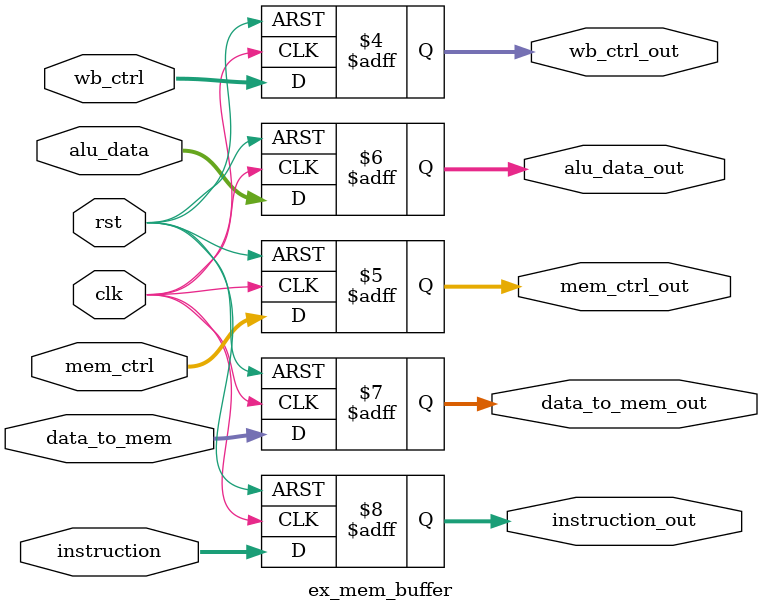
<source format=v>
/*
Author: Adolfo Pineda
Title: Execution / Memory Buffer Registers
Summary: Buffer stores data, addresses, control signals, and instrutions between
   the Execution and Memory stages of a pipelined CPU
*/


module ex_mem_buffer( 
         clk,
         rst,
         wb_ctrl,
         mem_ctrl,
         alu_data,
         data_to_mem,
         instruction,
         wb_ctrl_out,
         mem_ctrl_out,
         alu_data_out,
         data_to_mem_out,
         instruction_out
);
	
   // INPUT
   // buffer control
	input wire clk, rst;
   // cpu control in
   input wire [2:0] wb_ctrl, mem_ctrl;
   // data in
	input wire [31:0] alu_data, data_to_mem;
	// instr in
   input wire [15:0] instruction;
	// OUTPUT
   // cpu control out
	output reg [2:0]  wb_ctrl_out, mem_ctrl_out;
   // data out
	output reg [31:0] alu_data_out, data_to_mem_out;
	// instr out
   output reg [15:0] instruction_out;
	
   
	initial begin
		wb_ctrl_out = 3'b011;  // no write
		mem_ctrl_out = 3'b100;  // cs high disable mem
		alu_data_out = 7'b0;
		data_to_mem_out = 32'b0;
		instruction_out = 32'b0;
	end
	always @(posedge clk or negedge rst) begin
		if (!rst) begin;
         wb_ctrl_out <= 3'b011; 
         mem_ctrl_out <= 3'b100;
			alu_data_out <= 7'b0;
			data_to_mem_out <= 32'b0;
			instruction_out <= 32'b0;
		end
      else begin
			wb_ctrl_out <= wb_ctrl; 
			mem_ctrl_out <= mem_ctrl;
			alu_data_out <= alu_data;
			data_to_mem_out <= data_to_mem;
			instruction_out <= instruction;
		end
	end
endmodule
</source>
